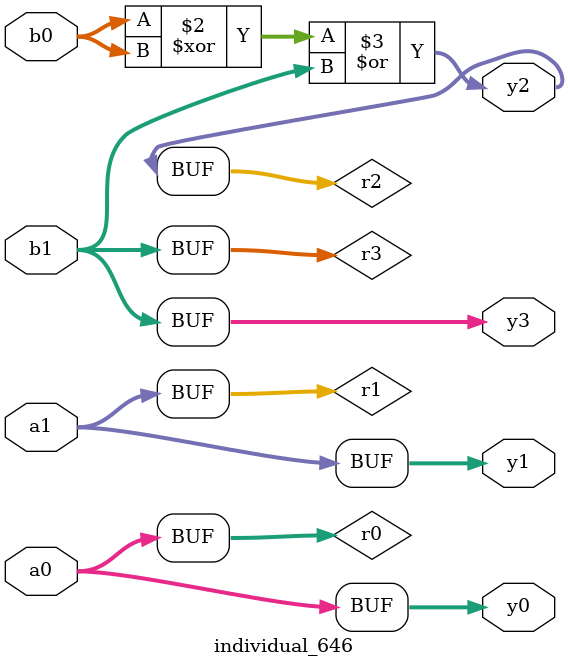
<source format=sv>
module individual_646(input logic [15:0] a1, input logic [15:0] a0, input logic [15:0] b1, input logic [15:0] b0, output logic [15:0] y3, output logic [15:0] y2, output logic [15:0] y1, output logic [15:0] y0);
logic [15:0] r0, r1, r2, r3;  always@(*) begin 	 r0 = a0; r1 = a1; r2 = b0; r3 = b1;  	 r2  ^=  b0 ; 	 r2  |=  r3 ; 	 y3 = r3; y2 = r2; y1 = r1; y0 = r0; end
endmodule
</source>
